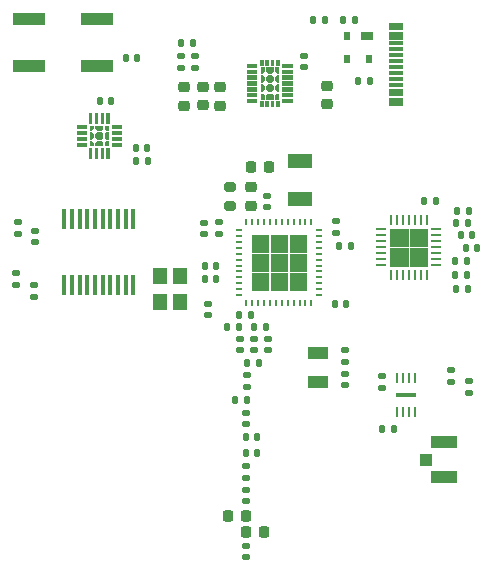
<source format=gtp>
G04 #@! TF.GenerationSoftware,KiCad,Pcbnew,(6.0.8)*
G04 #@! TF.CreationDate,2022-11-18T14:33:26-05:00*
G04 #@! TF.ProjectId,Emrick,456d7269-636b-42e6-9b69-6361645f7063,2*
G04 #@! TF.SameCoordinates,Original*
G04 #@! TF.FileFunction,Paste,Top*
G04 #@! TF.FilePolarity,Positive*
%FSLAX46Y46*%
G04 Gerber Fmt 4.6, Leading zero omitted, Abs format (unit mm)*
G04 Created by KiCad (PCBNEW (6.0.8)) date 2022-11-18 14:33:26*
%MOMM*%
%LPD*%
G01*
G04 APERTURE LIST*
G04 Aperture macros list*
%AMRoundRect*
0 Rectangle with rounded corners*
0 $1 Rounding radius*
0 $2 $3 $4 $5 $6 $7 $8 $9 X,Y pos of 4 corners*
0 Add a 4 corners polygon primitive as box body*
4,1,4,$2,$3,$4,$5,$6,$7,$8,$9,$2,$3,0*
0 Add four circle primitives for the rounded corners*
1,1,$1+$1,$2,$3*
1,1,$1+$1,$4,$5*
1,1,$1+$1,$6,$7*
1,1,$1+$1,$8,$9*
0 Add four rect primitives between the rounded corners*
20,1,$1+$1,$2,$3,$4,$5,0*
20,1,$1+$1,$4,$5,$6,$7,0*
20,1,$1+$1,$6,$7,$8,$9,0*
20,1,$1+$1,$8,$9,$2,$3,0*%
G04 Aperture macros list end*
%ADD10C,0.100000*%
%ADD11RoundRect,0.225000X0.250000X-0.225000X0.250000X0.225000X-0.250000X0.225000X-0.250000X-0.225000X0*%
%ADD12R,1.200000X1.400000*%
%ADD13RoundRect,0.135000X0.185000X-0.135000X0.185000X0.135000X-0.185000X0.135000X-0.185000X-0.135000X0*%
%ADD14RoundRect,0.135000X0.135000X0.185000X-0.135000X0.185000X-0.135000X-0.185000X0.135000X-0.185000X0*%
%ADD15R,2.750000X1.000000*%
%ADD16R,2.000000X1.200000*%
%ADD17RoundRect,0.147500X-0.172500X0.147500X-0.172500X-0.147500X0.172500X-0.147500X0.172500X0.147500X0*%
%ADD18RoundRect,0.140000X0.140000X0.170000X-0.140000X0.170000X-0.140000X-0.170000X0.140000X-0.170000X0*%
%ADD19RoundRect,0.225000X-0.225000X-0.250000X0.225000X-0.250000X0.225000X0.250000X-0.225000X0.250000X0*%
%ADD20RoundRect,0.140000X-0.170000X0.140000X-0.170000X-0.140000X0.170000X-0.140000X0.170000X0.140000X0*%
%ADD21RoundRect,0.140000X-0.140000X-0.170000X0.140000X-0.170000X0.140000X0.170000X-0.140000X0.170000X0*%
%ADD22R,1.000000X0.700000*%
%ADD23R,0.600000X0.700000*%
%ADD24RoundRect,0.147500X0.172500X-0.147500X0.172500X0.147500X-0.172500X0.147500X-0.172500X-0.147500X0*%
%ADD25R,0.965200X0.254000*%
%ADD26R,0.254000X0.965200*%
%ADD27R,0.355600X1.676400*%
%ADD28RoundRect,0.140000X0.170000X-0.140000X0.170000X0.140000X-0.170000X0.140000X-0.170000X-0.140000X0*%
%ADD29RoundRect,0.225000X-0.250000X0.225000X-0.250000X-0.225000X0.250000X-0.225000X0.250000X0.225000X0*%
%ADD30O,0.240000X0.599999*%
%ADD31O,0.599999X0.240000*%
%ADD32R,1.800000X1.000000*%
%ADD33R,1.050000X1.000000*%
%ADD34R,2.200000X1.050000*%
%ADD35RoundRect,0.225000X0.225000X0.250000X-0.225000X0.250000X-0.225000X-0.250000X0.225000X-0.250000X0*%
%ADD36R,1.150000X0.300000*%
%ADD37RoundRect,0.135000X-0.135000X-0.185000X0.135000X-0.185000X0.135000X0.185000X-0.135000X0.185000X0*%
%ADD38R,0.254000X0.812800*%
%ADD39R,1.701800X0.304800*%
%ADD40RoundRect,0.147500X-0.147500X-0.172500X0.147500X-0.172500X0.147500X0.172500X-0.147500X0.172500X0*%
%ADD41RoundRect,0.200000X-0.275000X0.200000X-0.275000X-0.200000X0.275000X-0.200000X0.275000X0.200000X0*%
G04 APERTURE END LIST*
G36*
X117776400Y-38250000D02*
G01*
X116300000Y-38250000D01*
X116300000Y-36773600D01*
X117776400Y-36773600D01*
X117776400Y-38250000D01*
G37*
D10*
X117776400Y-38250000D02*
X116300000Y-38250000D01*
X116300000Y-36773600D01*
X117776400Y-36773600D01*
X117776400Y-38250000D01*
G36*
X116100000Y-39926400D02*
G01*
X114623600Y-39926400D01*
X114623600Y-38450000D01*
X116100000Y-38450000D01*
X116100000Y-39926400D01*
G37*
X116100000Y-39926400D02*
X114623600Y-39926400D01*
X114623600Y-38450000D01*
X116100000Y-38450000D01*
X116100000Y-39926400D01*
G36*
X116100000Y-38250000D02*
G01*
X114623600Y-38250000D01*
X114623600Y-36773600D01*
X116100000Y-36773600D01*
X116100000Y-38250000D01*
G37*
X116100000Y-38250000D02*
X114623600Y-38250000D01*
X114623600Y-36773600D01*
X116100000Y-36773600D01*
X116100000Y-38250000D01*
G36*
X117776400Y-39926400D02*
G01*
X116300000Y-39926400D01*
X116300000Y-38450000D01*
X117776400Y-38450000D01*
X117776400Y-39926400D01*
G37*
X117776400Y-39926400D02*
X116300000Y-39926400D01*
X116300000Y-38450000D01*
X117776400Y-38450000D01*
X117776400Y-39926400D01*
G36*
X90258700Y-28747721D02*
G01*
X90258700Y-29052279D01*
X90117279Y-29193700D01*
X89812721Y-29193700D01*
X89671300Y-29052279D01*
X89671300Y-28747721D01*
X89812721Y-28606300D01*
X90117279Y-28606300D01*
X90258700Y-28747721D01*
G37*
X90258700Y-28747721D02*
X90258700Y-29052279D01*
X90117279Y-29193700D01*
X89812721Y-29193700D01*
X89671300Y-29052279D01*
X89671300Y-28747721D01*
X89812721Y-28606300D01*
X90117279Y-28606300D01*
X90258700Y-28747721D01*
G36*
X88890108Y-29265171D02*
G01*
X88089893Y-29265171D01*
X88089893Y-29034955D01*
X88890108Y-29034955D01*
X88890108Y-29265171D01*
G37*
X88890108Y-29265171D02*
X88089893Y-29265171D01*
X88089893Y-29034955D01*
X88890108Y-29034955D01*
X88890108Y-29265171D01*
G36*
X90330107Y-30775107D02*
G01*
X90099892Y-30775107D01*
X90099892Y-29974892D01*
X90330107Y-29974892D01*
X90330107Y-30775107D01*
G37*
X90330107Y-30775107D02*
X90099892Y-30775107D01*
X90099892Y-29974892D01*
X90330107Y-29974892D01*
X90330107Y-30775107D01*
G36*
X89471300Y-28264879D02*
G01*
X89329879Y-28406300D01*
X89189930Y-28406300D01*
X89189930Y-28124930D01*
X89471300Y-28124930D01*
X89471300Y-28264879D01*
G37*
X89471300Y-28264879D02*
X89329879Y-28406300D01*
X89189930Y-28406300D01*
X89189930Y-28124930D01*
X89471300Y-28124930D01*
X89471300Y-28264879D01*
G36*
X88890108Y-28765045D02*
G01*
X88089893Y-28765045D01*
X88089893Y-28534829D01*
X88890108Y-28534829D01*
X88890108Y-28765045D01*
G37*
X88890108Y-28765045D02*
X88089893Y-28765045D01*
X88089893Y-28534829D01*
X88890108Y-28534829D01*
X88890108Y-28765045D01*
G36*
X90740070Y-29193700D02*
G01*
X90600121Y-29193700D01*
X90458700Y-29052279D01*
X90458700Y-28747721D01*
X90600121Y-28606300D01*
X90740070Y-28606300D01*
X90740070Y-29193700D01*
G37*
X90740070Y-29193700D02*
X90600121Y-29193700D01*
X90458700Y-29052279D01*
X90458700Y-28747721D01*
X90600121Y-28606300D01*
X90740070Y-28606300D01*
X90740070Y-29193700D01*
G36*
X90258700Y-29535121D02*
G01*
X90258700Y-29675070D01*
X89671300Y-29675070D01*
X89671300Y-29535121D01*
X89812721Y-29393700D01*
X90117279Y-29393700D01*
X90258700Y-29535121D01*
G37*
X90258700Y-29535121D02*
X90258700Y-29675070D01*
X89671300Y-29675070D01*
X89671300Y-29535121D01*
X89812721Y-29393700D01*
X90117279Y-29393700D01*
X90258700Y-29535121D01*
G36*
X89330109Y-27825108D02*
G01*
X89099891Y-27825108D01*
X89099891Y-27024893D01*
X89330109Y-27024893D01*
X89330109Y-27825108D01*
G37*
X89330109Y-27825108D02*
X89099891Y-27825108D01*
X89099891Y-27024893D01*
X89330109Y-27024893D01*
X89330109Y-27825108D01*
G36*
X90330107Y-27825108D02*
G01*
X90099892Y-27825108D01*
X90099892Y-27024893D01*
X90330107Y-27024893D01*
X90330107Y-27825108D01*
G37*
X90330107Y-27825108D02*
X90099892Y-27825108D01*
X90099892Y-27024893D01*
X90330107Y-27024893D01*
X90330107Y-27825108D01*
G36*
X88890108Y-28264919D02*
G01*
X88089893Y-28264919D01*
X88089893Y-28034703D01*
X88890108Y-28034703D01*
X88890108Y-28264919D01*
G37*
X88890108Y-28264919D02*
X88089893Y-28264919D01*
X88089893Y-28034703D01*
X88890108Y-28034703D01*
X88890108Y-28264919D01*
G36*
X90740070Y-28406300D02*
G01*
X90600121Y-28406300D01*
X90458700Y-28264879D01*
X90458700Y-28124930D01*
X90740070Y-28124930D01*
X90740070Y-28406300D01*
G37*
X90740070Y-28406300D02*
X90600121Y-28406300D01*
X90458700Y-28264879D01*
X90458700Y-28124930D01*
X90740070Y-28124930D01*
X90740070Y-28406300D01*
G36*
X90258700Y-28264879D02*
G01*
X90117279Y-28406300D01*
X89812721Y-28406300D01*
X89671300Y-28264879D01*
X89671300Y-28124930D01*
X90258700Y-28124930D01*
X90258700Y-28264879D01*
G37*
X90258700Y-28264879D02*
X90117279Y-28406300D01*
X89812721Y-28406300D01*
X89671300Y-28264879D01*
X89671300Y-28124930D01*
X90258700Y-28124930D01*
X90258700Y-28264879D01*
G36*
X89471300Y-29535121D02*
G01*
X89471300Y-29675070D01*
X89189930Y-29675070D01*
X89189930Y-29393700D01*
X89329879Y-29393700D01*
X89471300Y-29535121D01*
G37*
X89471300Y-29535121D02*
X89471300Y-29675070D01*
X89189930Y-29675070D01*
X89189930Y-29393700D01*
X89329879Y-29393700D01*
X89471300Y-29535121D01*
G36*
X89830108Y-27825108D02*
G01*
X89599893Y-27825108D01*
X89599893Y-27024893D01*
X89830108Y-27024893D01*
X89830108Y-27825108D01*
G37*
X89830108Y-27825108D02*
X89599893Y-27825108D01*
X89599893Y-27024893D01*
X89830108Y-27024893D01*
X89830108Y-27825108D01*
G36*
X89830108Y-30775107D02*
G01*
X89599893Y-30775107D01*
X89599893Y-29974892D01*
X89830108Y-29974892D01*
X89830108Y-30775107D01*
G37*
X89830108Y-30775107D02*
X89599893Y-30775107D01*
X89599893Y-29974892D01*
X89830108Y-29974892D01*
X89830108Y-30775107D01*
G36*
X89330109Y-30775107D02*
G01*
X89099891Y-30775107D01*
X89099891Y-29974892D01*
X89330109Y-29974892D01*
X89330109Y-30775107D01*
G37*
X89330109Y-30775107D02*
X89099891Y-30775107D01*
X89099891Y-29974892D01*
X89330109Y-29974892D01*
X89330109Y-30775107D01*
G36*
X91840107Y-28264919D02*
G01*
X91039892Y-28264919D01*
X91039892Y-28034703D01*
X91840107Y-28034703D01*
X91840107Y-28264919D01*
G37*
X91840107Y-28264919D02*
X91039892Y-28264919D01*
X91039892Y-28034703D01*
X91840107Y-28034703D01*
X91840107Y-28264919D01*
G36*
X89471300Y-28747721D02*
G01*
X89471300Y-29052279D01*
X89329879Y-29193700D01*
X89189930Y-29193700D01*
X89189930Y-28606300D01*
X89329879Y-28606300D01*
X89471300Y-28747721D01*
G37*
X89471300Y-28747721D02*
X89471300Y-29052279D01*
X89329879Y-29193700D01*
X89189930Y-29193700D01*
X89189930Y-28606300D01*
X89329879Y-28606300D01*
X89471300Y-28747721D01*
G36*
X91840107Y-29265171D02*
G01*
X91039892Y-29265171D01*
X91039892Y-29034955D01*
X91840107Y-29034955D01*
X91840107Y-29265171D01*
G37*
X91840107Y-29265171D02*
X91039892Y-29265171D01*
X91039892Y-29034955D01*
X91840107Y-29034955D01*
X91840107Y-29265171D01*
G36*
X90830109Y-27825108D02*
G01*
X90599891Y-27825108D01*
X90599891Y-27024893D01*
X90830109Y-27024893D01*
X90830109Y-27825108D01*
G37*
X90830109Y-27825108D02*
X90599891Y-27825108D01*
X90599891Y-27024893D01*
X90830109Y-27024893D01*
X90830109Y-27825108D01*
G36*
X91840107Y-28765045D02*
G01*
X91039892Y-28765045D01*
X91039892Y-28534829D01*
X91840107Y-28534829D01*
X91840107Y-28765045D01*
G37*
X91840107Y-28765045D02*
X91039892Y-28765045D01*
X91039892Y-28534829D01*
X91840107Y-28534829D01*
X91840107Y-28765045D01*
G36*
X88890108Y-29765297D02*
G01*
X88089893Y-29765297D01*
X88089893Y-29535081D01*
X88890108Y-29535081D01*
X88890108Y-29765297D01*
G37*
X88890108Y-29765297D02*
X88089893Y-29765297D01*
X88089893Y-29535081D01*
X88890108Y-29535081D01*
X88890108Y-29765297D01*
G36*
X90740070Y-29675070D02*
G01*
X90458700Y-29675070D01*
X90458700Y-29535121D01*
X90600121Y-29393700D01*
X90740070Y-29393700D01*
X90740070Y-29675070D01*
G37*
X90740070Y-29675070D02*
X90458700Y-29675070D01*
X90458700Y-29535121D01*
X90600121Y-29393700D01*
X90740070Y-29393700D01*
X90740070Y-29675070D01*
G36*
X90830109Y-30775107D02*
G01*
X90599891Y-30775107D01*
X90599891Y-29974892D01*
X90830109Y-29974892D01*
X90830109Y-30775107D01*
G37*
X90830109Y-30775107D02*
X90599891Y-30775107D01*
X90599891Y-29974892D01*
X90830109Y-29974892D01*
X90830109Y-30775107D01*
G36*
X91840107Y-29765297D02*
G01*
X91039892Y-29765297D01*
X91039892Y-29535081D01*
X91840107Y-29535081D01*
X91840107Y-29765297D01*
G37*
X91840107Y-29765297D02*
X91039892Y-29765297D01*
X91039892Y-29535081D01*
X91840107Y-29535081D01*
X91840107Y-29765297D01*
G36*
X104296499Y-38746499D02*
G01*
X102889499Y-38746499D01*
X102889499Y-37339499D01*
X104296499Y-37339499D01*
X104296499Y-38746499D01*
G37*
X104296499Y-38746499D02*
X102889499Y-38746499D01*
X102889499Y-37339499D01*
X104296499Y-37339499D01*
X104296499Y-38746499D01*
G36*
X105903499Y-41960498D02*
G01*
X104496499Y-41960498D01*
X104496499Y-40553498D01*
X105903499Y-40553498D01*
X105903499Y-41960498D01*
G37*
X105903499Y-41960498D02*
X104496499Y-41960498D01*
X104496499Y-40553498D01*
X105903499Y-40553498D01*
X105903499Y-41960498D01*
G36*
X104296499Y-40353499D02*
G01*
X102889499Y-40353499D01*
X102889499Y-38946499D01*
X104296499Y-38946499D01*
X104296499Y-40353499D01*
G37*
X104296499Y-40353499D02*
X102889499Y-40353499D01*
X102889499Y-38946499D01*
X104296499Y-38946499D01*
X104296499Y-40353499D01*
G36*
X105903499Y-38746499D02*
G01*
X104496499Y-38746499D01*
X104496499Y-37339499D01*
X105903499Y-37339499D01*
X105903499Y-38746499D01*
G37*
X105903499Y-38746499D02*
X104496499Y-38746499D01*
X104496499Y-37339499D01*
X105903499Y-37339499D01*
X105903499Y-38746499D01*
G36*
X107510498Y-38746499D02*
G01*
X106103498Y-38746499D01*
X106103498Y-37339499D01*
X107510498Y-37339499D01*
X107510498Y-38746499D01*
G37*
X107510498Y-38746499D02*
X106103498Y-38746499D01*
X106103498Y-37339499D01*
X107510498Y-37339499D01*
X107510498Y-38746499D01*
G36*
X104296499Y-41960498D02*
G01*
X102889499Y-41960498D01*
X102889499Y-40553498D01*
X104296499Y-40553498D01*
X104296499Y-41960498D01*
G37*
X104296499Y-41960498D02*
X102889499Y-41960498D01*
X102889499Y-40553498D01*
X104296499Y-40553498D01*
X104296499Y-41960498D01*
G36*
X107510498Y-41960498D02*
G01*
X106103498Y-41960498D01*
X106103498Y-40553498D01*
X107510498Y-40553498D01*
X107510498Y-41960498D01*
G37*
X107510498Y-41960498D02*
X106103498Y-41960498D01*
X106103498Y-40553498D01*
X107510498Y-40553498D01*
X107510498Y-41960498D01*
G36*
X105903499Y-40353499D02*
G01*
X104496499Y-40353499D01*
X104496499Y-38946499D01*
X105903499Y-38946499D01*
X105903499Y-40353499D01*
G37*
X105903499Y-40353499D02*
X104496499Y-40353499D01*
X104496499Y-38946499D01*
X105903499Y-38946499D01*
X105903499Y-40353499D01*
G36*
X107510498Y-40353499D02*
G01*
X106103498Y-40353499D01*
X106103498Y-38946499D01*
X107510498Y-38946499D01*
X107510498Y-40353499D01*
G37*
X107510498Y-40353499D02*
X106103498Y-40353499D01*
X106103498Y-38946499D01*
X107510498Y-38946499D01*
X107510498Y-40353499D01*
G36*
X105115070Y-25137400D02*
G01*
X105035121Y-25137400D01*
X104893700Y-24995979D01*
X104893700Y-24691421D01*
X105035121Y-24550000D01*
X105115070Y-24550000D01*
X105115070Y-25137400D01*
G37*
X105115070Y-25137400D02*
X105035121Y-25137400D01*
X104893700Y-24995979D01*
X104893700Y-24691421D01*
X105035121Y-24550000D01*
X105115070Y-24550000D01*
X105115070Y-25137400D01*
G36*
X104693700Y-23421179D02*
G01*
X104552279Y-23562600D01*
X104247721Y-23562600D01*
X104106300Y-23421179D01*
X104106300Y-23099930D01*
X104693700Y-23099930D01*
X104693700Y-23421179D01*
G37*
X104693700Y-23421179D02*
X104552279Y-23562600D01*
X104247721Y-23562600D01*
X104106300Y-23421179D01*
X104106300Y-23099930D01*
X104693700Y-23099930D01*
X104693700Y-23421179D01*
G36*
X104290000Y-26425000D02*
G01*
X104060000Y-26425000D01*
X104060000Y-25976600D01*
X104290000Y-25976600D01*
X104290000Y-26425000D01*
G37*
X104290000Y-26425000D02*
X104060000Y-26425000D01*
X104060000Y-25976600D01*
X104290000Y-25976600D01*
X104290000Y-26425000D01*
G36*
X103906300Y-24691421D02*
G01*
X103906300Y-24995979D01*
X103764879Y-25137400D01*
X103684930Y-25137400D01*
X103684930Y-24550000D01*
X103764879Y-24550000D01*
X103906300Y-24691421D01*
G37*
X103906300Y-24691421D02*
X103906300Y-24995979D01*
X103764879Y-25137400D01*
X103684930Y-25137400D01*
X103684930Y-24550000D01*
X103764879Y-24550000D01*
X103906300Y-24691421D01*
G36*
X106319999Y-23090000D02*
G01*
X105500000Y-23090000D01*
X105500000Y-22810001D01*
X106319999Y-22810001D01*
X106319999Y-23090000D01*
G37*
X106319999Y-23090000D02*
X105500000Y-23090000D01*
X105500000Y-22810001D01*
X106319999Y-22810001D01*
X106319999Y-23090000D01*
G36*
X105190000Y-26425000D02*
G01*
X104960000Y-26425000D01*
X104960000Y-25976600D01*
X105190000Y-25976600D01*
X105190000Y-26425000D01*
G37*
X105190000Y-26425000D02*
X104960000Y-26425000D01*
X104960000Y-25976600D01*
X105190000Y-25976600D01*
X105190000Y-26425000D01*
G36*
X104693700Y-24691421D02*
G01*
X104693700Y-24995979D01*
X104552279Y-25137400D01*
X104247721Y-25137400D01*
X104106300Y-24995979D01*
X104106300Y-24691421D01*
X104247721Y-24550000D01*
X104552279Y-24550000D01*
X104693700Y-24691421D01*
G37*
X104693700Y-24691421D02*
X104693700Y-24995979D01*
X104552279Y-25137400D01*
X104247721Y-25137400D01*
X104106300Y-24995979D01*
X104106300Y-24691421D01*
X104247721Y-24550000D01*
X104552279Y-24550000D01*
X104693700Y-24691421D01*
G36*
X104693700Y-25478821D02*
G01*
X104693700Y-25800070D01*
X104106300Y-25800070D01*
X104106300Y-25478821D01*
X104247721Y-25337400D01*
X104552279Y-25337400D01*
X104693700Y-25478821D01*
G37*
X104693700Y-25478821D02*
X104693700Y-25800070D01*
X104106300Y-25800070D01*
X104106300Y-25478821D01*
X104247721Y-25337400D01*
X104552279Y-25337400D01*
X104693700Y-25478821D01*
G36*
X104693700Y-23904021D02*
G01*
X104693700Y-24208579D01*
X104552279Y-24350000D01*
X104247721Y-24350000D01*
X104106300Y-24208579D01*
X104106300Y-23904021D01*
X104247721Y-23762600D01*
X104552279Y-23762600D01*
X104693700Y-23904021D01*
G37*
X104693700Y-23904021D02*
X104693700Y-24208579D01*
X104552279Y-24350000D01*
X104247721Y-24350000D01*
X104106300Y-24208579D01*
X104106300Y-23904021D01*
X104247721Y-23762600D01*
X104552279Y-23762600D01*
X104693700Y-23904021D01*
G36*
X103906300Y-25478821D02*
G01*
X103906300Y-25800070D01*
X103684930Y-25800070D01*
X103684930Y-25337400D01*
X103764879Y-25337400D01*
X103906300Y-25478821D01*
G37*
X103906300Y-25478821D02*
X103906300Y-25800070D01*
X103684930Y-25800070D01*
X103684930Y-25337400D01*
X103764879Y-25337400D01*
X103906300Y-25478821D01*
G36*
X106319999Y-25089999D02*
G01*
X105500000Y-25089999D01*
X105500000Y-24809999D01*
X106319999Y-24809999D01*
X106319999Y-25089999D01*
G37*
X106319999Y-25089999D02*
X105500000Y-25089999D01*
X105500000Y-24809999D01*
X106319999Y-24809999D01*
X106319999Y-25089999D01*
G36*
X103840000Y-26425000D02*
G01*
X103610000Y-26425000D01*
X103610000Y-25976600D01*
X103840000Y-25976600D01*
X103840000Y-26425000D01*
G37*
X103840000Y-26425000D02*
X103610000Y-26425000D01*
X103610000Y-25976600D01*
X103840000Y-25976600D01*
X103840000Y-26425000D01*
G36*
X104740000Y-26425000D02*
G01*
X104510000Y-26425000D01*
X104510000Y-25976600D01*
X104740000Y-25976600D01*
X104740000Y-26425000D01*
G37*
X104740000Y-26425000D02*
X104510000Y-26425000D01*
X104510000Y-25976600D01*
X104740000Y-25976600D01*
X104740000Y-26425000D01*
G36*
X106319999Y-24090001D02*
G01*
X105500000Y-24090001D01*
X105500000Y-23809999D01*
X106319999Y-23809999D01*
X106319999Y-24090001D01*
G37*
X106319999Y-24090001D02*
X105500000Y-24090001D01*
X105500000Y-23809999D01*
X106319999Y-23809999D01*
X106319999Y-24090001D01*
G36*
X103300000Y-23589999D02*
G01*
X102480001Y-23589999D01*
X102480001Y-23310000D01*
X103300000Y-23310000D01*
X103300000Y-23589999D01*
G37*
X103300000Y-23589999D02*
X102480001Y-23589999D01*
X102480001Y-23310000D01*
X103300000Y-23310000D01*
X103300000Y-23589999D01*
G36*
X103300000Y-26089999D02*
G01*
X102480001Y-26089999D01*
X102480001Y-25810000D01*
X103300000Y-25810000D01*
X103300000Y-26089999D01*
G37*
X103300000Y-26089999D02*
X102480001Y-26089999D01*
X102480001Y-25810000D01*
X103300000Y-25810000D01*
X103300000Y-26089999D01*
G36*
X103300000Y-24590000D02*
G01*
X102480001Y-24590000D01*
X102480001Y-24310000D01*
X103300000Y-24310000D01*
X103300000Y-24590000D01*
G37*
X103300000Y-24590000D02*
X102480001Y-24590000D01*
X102480001Y-24310000D01*
X103300000Y-24310000D01*
X103300000Y-24590000D01*
G36*
X103300000Y-23090000D02*
G01*
X102480001Y-23090000D01*
X102480001Y-22810001D01*
X103300000Y-22810001D01*
X103300000Y-23090000D01*
G37*
X103300000Y-23090000D02*
X102480001Y-23090000D01*
X102480001Y-22810001D01*
X103300000Y-22810001D01*
X103300000Y-23090000D01*
G36*
X105115070Y-23562600D02*
G01*
X105035121Y-23562600D01*
X104893700Y-23421179D01*
X104893700Y-23099930D01*
X105115070Y-23099930D01*
X105115070Y-23562600D01*
G37*
X105115070Y-23562600D02*
X105035121Y-23562600D01*
X104893700Y-23421179D01*
X104893700Y-23099930D01*
X105115070Y-23099930D01*
X105115070Y-23562600D01*
G36*
X103906300Y-23421179D02*
G01*
X103764879Y-23562600D01*
X103684930Y-23562600D01*
X103684930Y-23099930D01*
X103906300Y-23099930D01*
X103906300Y-23421179D01*
G37*
X103906300Y-23421179D02*
X103764879Y-23562600D01*
X103684930Y-23562600D01*
X103684930Y-23099930D01*
X103906300Y-23099930D01*
X103906300Y-23421179D01*
G36*
X106319999Y-25590000D02*
G01*
X105500000Y-25590000D01*
X105500000Y-25310001D01*
X106319999Y-25310001D01*
X106319999Y-25590000D01*
G37*
X106319999Y-25590000D02*
X105500000Y-25590000D01*
X105500000Y-25310001D01*
X106319999Y-25310001D01*
X106319999Y-25590000D01*
G36*
X104740000Y-22923400D02*
G01*
X104510000Y-22923400D01*
X104510000Y-22475000D01*
X104740000Y-22475000D01*
X104740000Y-22923400D01*
G37*
X104740000Y-22923400D02*
X104510000Y-22923400D01*
X104510000Y-22475000D01*
X104740000Y-22475000D01*
X104740000Y-22923400D01*
G36*
X105115070Y-25800070D02*
G01*
X104893700Y-25800070D01*
X104893700Y-25478821D01*
X105035121Y-25337400D01*
X105115070Y-25337400D01*
X105115070Y-25800070D01*
G37*
X105115070Y-25800070D02*
X104893700Y-25800070D01*
X104893700Y-25478821D01*
X105035121Y-25337400D01*
X105115070Y-25337400D01*
X105115070Y-25800070D01*
G36*
X106319999Y-23589999D02*
G01*
X105500000Y-23589999D01*
X105500000Y-23310000D01*
X106319999Y-23310000D01*
X106319999Y-23589999D01*
G37*
X106319999Y-23589999D02*
X105500000Y-23589999D01*
X105500000Y-23310000D01*
X106319999Y-23310000D01*
X106319999Y-23589999D01*
G36*
X105190000Y-22923400D02*
G01*
X104960000Y-22923400D01*
X104960000Y-22475000D01*
X105190000Y-22475000D01*
X105190000Y-22923400D01*
G37*
X105190000Y-22923400D02*
X104960000Y-22923400D01*
X104960000Y-22475000D01*
X105190000Y-22475000D01*
X105190000Y-22923400D01*
G36*
X106319999Y-26089999D02*
G01*
X105500000Y-26089999D01*
X105500000Y-25810000D01*
X106319999Y-25810000D01*
X106319999Y-26089999D01*
G37*
X106319999Y-26089999D02*
X105500000Y-26089999D01*
X105500000Y-25810000D01*
X106319999Y-25810000D01*
X106319999Y-26089999D01*
G36*
X105115070Y-24350000D02*
G01*
X105035121Y-24350000D01*
X104893700Y-24208579D01*
X104893700Y-23904021D01*
X105035121Y-23762600D01*
X105115070Y-23762600D01*
X105115070Y-24350000D01*
G37*
X105115070Y-24350000D02*
X105035121Y-24350000D01*
X104893700Y-24208579D01*
X104893700Y-23904021D01*
X105035121Y-23762600D01*
X105115070Y-23762600D01*
X105115070Y-24350000D01*
G36*
X103300000Y-25090001D02*
G01*
X102480001Y-25090001D01*
X102480001Y-24809999D01*
X103300000Y-24809999D01*
X103300000Y-25090001D01*
G37*
X103300000Y-25090001D02*
X102480001Y-25090001D01*
X102480001Y-24809999D01*
X103300000Y-24809999D01*
X103300000Y-25090001D01*
G36*
X103300000Y-24090001D02*
G01*
X102480001Y-24090001D01*
X102480001Y-23810001D01*
X103300000Y-23810001D01*
X103300000Y-24090001D01*
G37*
X103300000Y-24090001D02*
X102480001Y-24090001D01*
X102480001Y-23810001D01*
X103300000Y-23810001D01*
X103300000Y-24090001D01*
G36*
X104290000Y-22923400D02*
G01*
X104060000Y-22923400D01*
X104060000Y-22475000D01*
X104290000Y-22475000D01*
X104290000Y-22923400D01*
G37*
X104290000Y-22923400D02*
X104060000Y-22923400D01*
X104060000Y-22475000D01*
X104290000Y-22475000D01*
X104290000Y-22923400D01*
G36*
X103840000Y-22923400D02*
G01*
X103610000Y-22923400D01*
X103610000Y-22475000D01*
X103840000Y-22475000D01*
X103840000Y-22923400D01*
G37*
X103840000Y-22923400D02*
X103610000Y-22923400D01*
X103610000Y-22475000D01*
X103840000Y-22475000D01*
X103840000Y-22923400D01*
G36*
X106319999Y-24590000D02*
G01*
X105500000Y-24590000D01*
X105500000Y-24310000D01*
X106319999Y-24310000D01*
X106319999Y-24590000D01*
G37*
X106319999Y-24590000D02*
X105500000Y-24590000D01*
X105500000Y-24310000D01*
X106319999Y-24310000D01*
X106319999Y-24590000D01*
G36*
X103906300Y-23904021D02*
G01*
X103906300Y-24208579D01*
X103764879Y-24350000D01*
X103684930Y-24350000D01*
X103684930Y-23762600D01*
X103764879Y-23762600D01*
X103906300Y-23904021D01*
G37*
X103906300Y-23904021D02*
X103906300Y-24208579D01*
X103764879Y-24350000D01*
X103684930Y-24350000D01*
X103684930Y-23762600D01*
X103764879Y-23762600D01*
X103906300Y-23904021D01*
G36*
X103300000Y-25590000D02*
G01*
X102480001Y-25590000D01*
X102480001Y-25310001D01*
X103300000Y-25310001D01*
X103300000Y-25590000D01*
G37*
X103300000Y-25590000D02*
X102480001Y-25590000D01*
X102480001Y-25310001D01*
X103300000Y-25310001D01*
X103300000Y-25590000D01*
D11*
X109250000Y-26225000D03*
X109250000Y-24675000D03*
D12*
X96850000Y-42950000D03*
X96850000Y-40750000D03*
X95150000Y-40750000D03*
X95150000Y-42950000D03*
D13*
X98100000Y-23160000D03*
X98100000Y-22140000D03*
D14*
X111610000Y-19150000D03*
X110590000Y-19150000D03*
D15*
X89780000Y-23050000D03*
X84020000Y-23050000D03*
X84020000Y-19050000D03*
X89780000Y-19050000D03*
D16*
X107000000Y-34250000D03*
X107000000Y-31050000D03*
D17*
X102400000Y-52385000D03*
X102400000Y-53355000D03*
X101900000Y-46080000D03*
X101900000Y-47050000D03*
D18*
X99880000Y-39950000D03*
X98920000Y-39950000D03*
D19*
X102400000Y-62450000D03*
X103950000Y-62450000D03*
D20*
X99200000Y-43170000D03*
X99200000Y-44130000D03*
D21*
X109920000Y-43150000D03*
X110880000Y-43150000D03*
D13*
X100100000Y-37260000D03*
X100100000Y-36240000D03*
D21*
X120320000Y-35250000D03*
X121280000Y-35250000D03*
X93085000Y-29945000D03*
X94045000Y-29945000D03*
D14*
X121154000Y-39537000D03*
X120134000Y-39537000D03*
D22*
X112650000Y-20450000D03*
D23*
X110950000Y-20450000D03*
X110950000Y-22450000D03*
X112850000Y-22450000D03*
D13*
X83100000Y-37260000D03*
X83100000Y-36240000D03*
D21*
X92220000Y-22350000D03*
X93180000Y-22350000D03*
D14*
X97910000Y-21050000D03*
X96890000Y-21050000D03*
D24*
X121297000Y-50685000D03*
X121297000Y-49715000D03*
D20*
X103100000Y-46090000D03*
X103100000Y-47050000D03*
D25*
X118524100Y-39850000D03*
X118524100Y-39350001D03*
X118524100Y-38849999D03*
X118524100Y-38350000D03*
X118524100Y-37850001D03*
X118524100Y-37349999D03*
X118524100Y-36850000D03*
D26*
X117700000Y-36025900D03*
X117200001Y-36025900D03*
X116699999Y-36025900D03*
X116200000Y-36025900D03*
X115700001Y-36025900D03*
X115199999Y-36025900D03*
X114700000Y-36025900D03*
D25*
X113875900Y-36850000D03*
X113875900Y-37349999D03*
X113875900Y-37850001D03*
X113875900Y-38350000D03*
X113875900Y-38849999D03*
X113875900Y-39350001D03*
X113875900Y-39850000D03*
D26*
X114700000Y-40674100D03*
X115199999Y-40674100D03*
X115700001Y-40674100D03*
X116200000Y-40674100D03*
X116699999Y-40674100D03*
X117200001Y-40674100D03*
X117700000Y-40674100D03*
D14*
X118510000Y-34450000D03*
X117490000Y-34450000D03*
D27*
X87027500Y-41583650D03*
X87677501Y-41583650D03*
X88327499Y-41583650D03*
X88977501Y-41583650D03*
X89627499Y-41583650D03*
X90277498Y-41583650D03*
X90927499Y-41583650D03*
X91577498Y-41583650D03*
X92227499Y-41583650D03*
X92877498Y-41583650D03*
X92877500Y-35944850D03*
X92227502Y-35944850D03*
X91577501Y-35944850D03*
X90927502Y-35944850D03*
X90277501Y-35944850D03*
X89627502Y-35944850D03*
X88977501Y-35944850D03*
X88327502Y-35944850D03*
X87677501Y-35944850D03*
X87027502Y-35944850D03*
D28*
X104200000Y-34980000D03*
X104200000Y-34020000D03*
D29*
X98750000Y-24775000D03*
X98750000Y-26325000D03*
D21*
X90040000Y-25950000D03*
X91000000Y-25950000D03*
D20*
X98900000Y-36270000D03*
X98900000Y-37230000D03*
D21*
X110320000Y-38250000D03*
X111280000Y-38250000D03*
X100826000Y-45070000D03*
X101786000Y-45070000D03*
D30*
X102450000Y-43050001D03*
X102949999Y-43050001D03*
X103449998Y-43050001D03*
X103950000Y-43050001D03*
X104449999Y-43050001D03*
X104950000Y-43050001D03*
X105450000Y-43050001D03*
X105949998Y-43050001D03*
X106450000Y-43050001D03*
X106949999Y-43050001D03*
X107450001Y-43050001D03*
X107950000Y-43050001D03*
D31*
X108600001Y-42400000D03*
X108600001Y-41900001D03*
X108600001Y-41400002D03*
X108600001Y-40900000D03*
X108600001Y-40400001D03*
X108600001Y-39900000D03*
X108600001Y-39400000D03*
X108600001Y-38900002D03*
X108600001Y-38400000D03*
X108600001Y-37900001D03*
X108600001Y-37399999D03*
X108600001Y-36900000D03*
D30*
X107950000Y-36249999D03*
X107450001Y-36249999D03*
X106949999Y-36249999D03*
X106450000Y-36249999D03*
X105949998Y-36249999D03*
X105450000Y-36249999D03*
X104950000Y-36249999D03*
X104449999Y-36249999D03*
X103950000Y-36249999D03*
X103449998Y-36249999D03*
X102949999Y-36249999D03*
X102450000Y-36249999D03*
D31*
X101799999Y-36900000D03*
X101799999Y-37399999D03*
X101799999Y-37900001D03*
X101799999Y-38400000D03*
X101799999Y-38900002D03*
X101799999Y-39400000D03*
X101799999Y-39900000D03*
X101799999Y-40400001D03*
X101799999Y-40900000D03*
X101799999Y-41400002D03*
X101799999Y-41900001D03*
X101799999Y-42400000D03*
D18*
X99880000Y-41050000D03*
X98920000Y-41050000D03*
D32*
X108500000Y-49800000D03*
X108500000Y-47300000D03*
D14*
X121154000Y-40680000D03*
X120134000Y-40680000D03*
D33*
X117620000Y-56332500D03*
D34*
X119145000Y-57807500D03*
X119145000Y-54857500D03*
D20*
X113900000Y-49270000D03*
X113900000Y-50230000D03*
D28*
X107300000Y-23130000D03*
X107300000Y-22170000D03*
D18*
X102480000Y-51270000D03*
X101520000Y-51270000D03*
D11*
X102800000Y-34825000D03*
X102800000Y-33275000D03*
D29*
X100200000Y-24825000D03*
X100200000Y-26375000D03*
D35*
X102400000Y-61100000D03*
X100850000Y-61100000D03*
D20*
X102400000Y-63620000D03*
X102400000Y-64580000D03*
D36*
X115130000Y-26200000D03*
X115130000Y-25400000D03*
X115130000Y-24100000D03*
X115130000Y-23100000D03*
X115130000Y-22600000D03*
X115130000Y-21600000D03*
X115130000Y-20300000D03*
X115130000Y-19500000D03*
X115130000Y-19800000D03*
X115130000Y-20600000D03*
X115130000Y-21100000D03*
X115130000Y-22100000D03*
X115130000Y-23600000D03*
X115130000Y-24600000D03*
X115130000Y-25100000D03*
X115130000Y-25900000D03*
D28*
X110000000Y-37130000D03*
X110000000Y-36170000D03*
D21*
X102520000Y-48170000D03*
X103480000Y-48170000D03*
D18*
X103380000Y-55732500D03*
X102420000Y-55732500D03*
D11*
X97150000Y-26376000D03*
X97150000Y-24826000D03*
D13*
X119773000Y-49799000D03*
X119773000Y-48779000D03*
D21*
X102420000Y-54450000D03*
X103380000Y-54450000D03*
D24*
X84424000Y-42553000D03*
X84424000Y-41583000D03*
D28*
X102400000Y-57862500D03*
X102400000Y-56902500D03*
X110800000Y-50030000D03*
X110800000Y-49070000D03*
D21*
X121020000Y-38450000D03*
X121980000Y-38450000D03*
D14*
X109110000Y-19150000D03*
X108090000Y-19150000D03*
D21*
X120220000Y-36300000D03*
X121180000Y-36300000D03*
D20*
X110800000Y-47070000D03*
X110800000Y-48030000D03*
D17*
X102400000Y-58897500D03*
X102400000Y-59867500D03*
D21*
X120620000Y-37350000D03*
X121580000Y-37350000D03*
D20*
X104300000Y-46090000D03*
X104300000Y-47050000D03*
D37*
X113940000Y-53700000D03*
X114960000Y-53700000D03*
X93090000Y-31050000D03*
X94110000Y-31050000D03*
D17*
X102500000Y-49185000D03*
X102500000Y-50155000D03*
D38*
X115238000Y-52297800D03*
X115746000Y-52297800D03*
X116254000Y-52297800D03*
X116762000Y-52297800D03*
X116762000Y-49402200D03*
X116254000Y-49402200D03*
X115746000Y-49402200D03*
X115238000Y-49402200D03*
D39*
X116000000Y-50850000D03*
D37*
X111890000Y-24250000D03*
X112910000Y-24250000D03*
D13*
X96900000Y-23160000D03*
X96900000Y-22140000D03*
D24*
X84527000Y-37939000D03*
X84527000Y-36969000D03*
D13*
X82900000Y-41550000D03*
X82900000Y-40530000D03*
D14*
X121192000Y-41914000D03*
X120172000Y-41914000D03*
D40*
X101837000Y-44070000D03*
X102807000Y-44070000D03*
D41*
X101100000Y-33225000D03*
X101100000Y-34875000D03*
D40*
X103107000Y-45070000D03*
X104077000Y-45070000D03*
D35*
X104375000Y-31550000D03*
X102825000Y-31550000D03*
M02*

</source>
